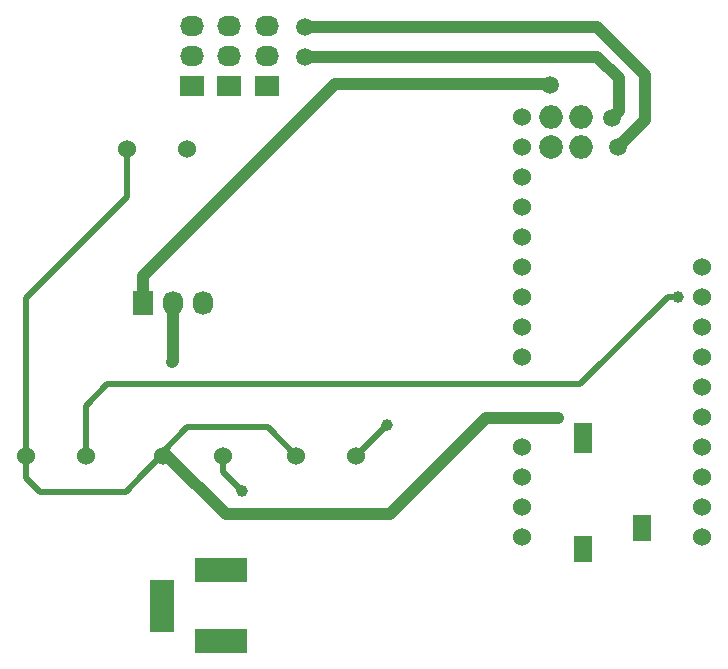
<source format=gbr>
G04 #@! TF.FileFunction,Copper,L2,Bot,Signal*
%FSLAX46Y46*%
G04 Gerber Fmt 4.6, Leading zero omitted, Abs format (unit mm)*
G04 Created by KiCad (PCBNEW (after 2015-may-01 BZR unknown)-product) date 2015/10/21 19:15:41*
%MOMM*%
G01*
G04 APERTURE LIST*
%ADD10C,0.100000*%
%ADD11C,1.524000*%
%ADD12C,2.000000*%
%ADD13O,2.000000X2.000000*%
%ADD14R,2.000000X4.500000*%
%ADD15R,4.500000X2.000000*%
%ADD16R,1.727200X2.032000*%
%ADD17O,1.727200X2.032000*%
%ADD18R,2.032000X1.727200*%
%ADD19O,2.032000X1.727200*%
%ADD20R,1.500000X2.200000*%
%ADD21R,1.600000X2.200000*%
%ADD22R,1.500000X2.500000*%
%ADD23C,1.000000*%
%ADD24C,1.500000*%
%ADD25C,0.500000*%
%ADD26C,1.000000*%
G04 APERTURE END LIST*
D10*
D11*
X98933000Y-118478300D03*
X104013000Y-118478300D03*
D12*
X143319500Y-92329000D03*
D13*
X143319500Y-89789000D03*
X145859500Y-92329000D03*
X145859500Y-89789000D03*
D14*
X110419740Y-131154320D03*
D15*
X115394740Y-134179320D03*
X115394740Y-128179320D03*
D16*
X108770420Y-105521760D03*
D17*
X111310420Y-105521760D03*
X113850420Y-105521760D03*
D18*
X119316500Y-87198200D03*
D19*
X119316500Y-84658200D03*
X119316500Y-82118200D03*
D18*
X116116100Y-87185500D03*
D19*
X116116100Y-84645500D03*
X116116100Y-82105500D03*
D18*
X112928400Y-87198200D03*
D19*
X112928400Y-84658200D03*
X112928400Y-82118200D03*
D11*
X110477300Y-118478300D03*
X115557300Y-118478300D03*
X121805700Y-118491000D03*
X126885700Y-118491000D03*
X107480100Y-92494100D03*
X112560100Y-92494100D03*
X156121100Y-117703600D03*
X156121100Y-102463600D03*
X140881100Y-89763600D03*
X140881100Y-92303600D03*
X140881100Y-94843600D03*
X140881100Y-97383600D03*
X140881100Y-99923600D03*
X140881100Y-102463600D03*
X140881100Y-125323600D03*
X140881100Y-122783600D03*
X140881100Y-120243600D03*
X140881100Y-117703600D03*
X140881100Y-110083600D03*
X140881100Y-107543600D03*
X140881100Y-105003600D03*
X156121100Y-102463600D03*
X156121100Y-105003600D03*
X156121100Y-107543600D03*
X156121100Y-110083600D03*
X156121100Y-112623600D03*
X156121100Y-115163600D03*
X156121100Y-120243600D03*
X156121100Y-122783600D03*
X156121100Y-125323600D03*
D20*
X151064600Y-124550600D03*
D21*
X146064600Y-126350600D03*
D22*
X146064600Y-116950600D03*
D23*
X143941800Y-115252500D03*
X115824000Y-123418600D03*
X111252000Y-110515400D03*
D24*
X143294100Y-87096600D03*
X149047200Y-92367100D03*
X122529600Y-82143600D03*
X122491500Y-84721700D03*
X148559520Y-89839800D03*
D23*
X154089100Y-105003600D03*
X117221000Y-121475500D03*
X129476500Y-115900200D03*
D25*
X145859500Y-116872500D02*
X146001100Y-117014100D01*
D26*
X143903700Y-115290600D02*
X137883900Y-115290600D01*
X143941800Y-115252500D02*
X143903700Y-115290600D01*
X129755900Y-123418600D02*
X115824000Y-123418600D01*
X137883900Y-115290600D02*
X129755900Y-123418600D01*
D25*
X110477300Y-118478300D02*
X110883700Y-118478300D01*
D26*
X110883700Y-118478300D02*
X115824000Y-123418600D01*
D25*
X110477300Y-118478300D02*
X110477300Y-118122700D01*
X110477300Y-118122700D02*
X112547400Y-116052600D01*
X119367300Y-116052600D02*
X121805700Y-118491000D01*
X112547400Y-116052600D02*
X119367300Y-116052600D01*
X110477300Y-118478300D02*
X110375700Y-118478300D01*
X110375700Y-118478300D02*
X108839000Y-120015000D01*
X98933000Y-120383300D02*
X100101400Y-121551700D01*
X100101400Y-121551700D02*
X105473500Y-121551700D01*
X108839000Y-120015000D02*
X107365800Y-121551700D01*
X105473500Y-121551700D02*
X107365800Y-121551700D01*
X98933000Y-118478300D02*
X98933000Y-120383300D01*
X107480100Y-92494100D02*
X107480100Y-96583500D01*
X98933000Y-105130600D02*
X98933000Y-118478300D01*
X107480100Y-96583500D02*
X98933000Y-105130600D01*
D26*
X111310420Y-105521760D02*
X111310420Y-110456980D01*
X111310420Y-110456980D02*
X111252000Y-110515400D01*
X108770420Y-105521760D02*
X108770420Y-103294180D01*
X108770420Y-103294180D02*
X125056900Y-87007700D01*
X143433800Y-86995000D02*
X125056900Y-87007700D01*
X143433800Y-86995000D02*
X143408400Y-86995000D01*
X143294100Y-87096600D02*
X143383000Y-87007700D01*
X143383000Y-87007700D02*
X143344900Y-86995000D01*
X151345900Y-90068400D02*
X149047200Y-92367100D01*
X151345900Y-86271100D02*
X151345900Y-90068400D01*
X147218400Y-82143600D02*
X151345900Y-86271100D01*
X122529600Y-82143600D02*
X147218400Y-82143600D01*
X122491500Y-84721700D02*
X122516900Y-84696300D01*
X122516900Y-84696300D02*
X147281900Y-84696300D01*
X147281900Y-84696300D02*
X149110700Y-86525100D01*
X149110700Y-86525100D02*
X149110700Y-88239600D01*
X149110700Y-89288620D02*
X149110700Y-88239600D01*
X148559520Y-89839800D02*
X149110700Y-89288620D01*
D25*
X153238200Y-104990900D02*
X154101800Y-104990900D01*
X105791000Y-112420400D02*
X103987600Y-114223800D01*
X104013000Y-114249200D02*
X103987600Y-114223800D01*
X104013000Y-114249200D02*
X104013000Y-118478300D01*
X153238200Y-104990900D02*
X145808700Y-112420400D01*
X145808700Y-112420400D02*
X105791000Y-112420400D01*
X154101800Y-104990900D02*
X154089100Y-105003600D01*
X115557300Y-118478300D02*
X115557300Y-119811800D01*
X115557300Y-119811800D02*
X117221000Y-121475500D01*
X126885700Y-118491000D02*
X129476500Y-115900200D01*
M02*

</source>
